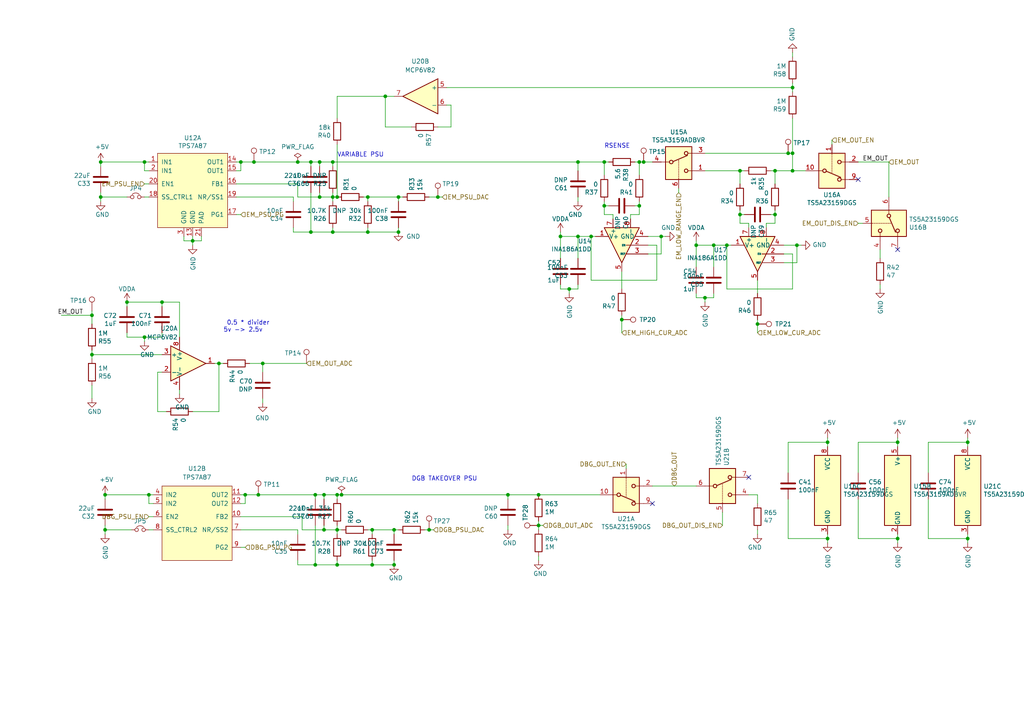
<source format=kicad_sch>
(kicad_sch (version 20230121) (generator eeschema)
  (paper "A4")
  (title_block (title "Emulator Supply") (date "2022-08-16") (rev "2.1"))
  (junction (at 97.79 153.67))
  (junction (at 92.71 57.15))
  (junction (at 63.5 105.41))
  (junction (at 201.93 71.12))
  (junction (at 127 57.15))
  (junction (at 73.66 46.99))
  (junction (at 74.93 143.51))
  (junction (at 175.26 46.99))
  (junction (at 55.88 69.85))
  (junction (at 224.79 49.53))
  (junction (at 26.67 91.44))
  (junction (at 156.21 152.4))
  (junction (at 191.77 68.58))
  (junction (at 96.52 46.99))
  (junction (at 91.44 143.51))
  (junction (at 93.98 143.51))
  (junction (at 41.91 97.79))
  (junction (at 36.83 87.63))
  (junction (at 93.98 153.67))
  (junction (at 43.18 143.51))
  (junction (at 228.6 44.45))
  (junction (at 167.64 68.58))
  (junction (at 185.42 59.69))
  (junction (at 229.87 25.4))
  (junction (at 90.17 67.31))
  (junction (at 90.17 46.99))
  (junction (at 114.3 163.83))
  (junction (at 180.34 92.71))
  (junction (at 114.3 153.67))
  (junction (at 99.06 143.51))
  (junction (at 97.79 163.83))
  (junction (at 96.52 67.31))
  (junction (at 210.82 71.12))
  (junction (at 229.87 49.53))
  (junction (at 167.64 46.99))
  (junction (at 30.48 143.51))
  (junction (at 71.12 143.51))
  (junction (at 224.79 62.23))
  (junction (at 107.95 153.67))
  (junction (at 240.03 128.27))
  (junction (at 147.32 143.51))
  (junction (at 124.46 153.67))
  (junction (at 97.79 57.15))
  (junction (at 115.57 67.31))
  (junction (at 97.79 143.51))
  (junction (at 107.95 163.83))
  (junction (at 214.63 62.23))
  (junction (at 175.26 59.69))
  (junction (at 240.03 156.21))
  (junction (at 219.71 93.98))
  (junction (at 96.52 57.15))
  (junction (at 92.71 46.99))
  (junction (at 86.36 46.99))
  (junction (at 165.1 83.82))
  (junction (at 204.47 86.36))
  (junction (at 156.21 143.51))
  (junction (at 280.67 128.27))
  (junction (at 30.48 153.67))
  (junction (at 162.56 68.58))
  (junction (at 186.69 46.99))
  (junction (at 260.35 128.27))
  (junction (at 29.21 46.99))
  (junction (at 91.44 163.83))
  (junction (at 76.2 105.41))
  (junction (at 214.63 49.53))
  (junction (at 69.85 46.99))
  (junction (at 111.76 27.94))
  (junction (at 171.45 68.58))
  (junction (at 106.68 67.31))
  (junction (at 26.67 102.87))
  (junction (at 29.21 57.15))
  (junction (at 260.35 156.21))
  (junction (at 207.01 71.12))
  (junction (at 46.99 87.63))
  (junction (at 115.57 57.15))
  (junction (at 229.87 44.45))
  (junction (at 280.67 156.21))
  (junction (at 185.42 46.99))
  (junction (at 231.14 71.12))
  (junction (at 106.68 57.15))
  (junction (at 41.91 46.99))
  (no_connect (at 189.23 146.05))
  (no_connect (at 260.35 72.39))
  (no_connect (at 217.17 138.43))
  (no_connect (at 248.92 52.07))
  (wire (pts (xy 41.91 46.99) (xy 41.91 49.53)))
  (wire (pts (xy 224.79 49.53) (xy 224.79 53.34)))
  (wire (pts (xy 29.21 57.15) (xy 29.21 58.42)))
  (wire (pts (xy 228.6 128.27) (xy 240.03 128.27)))
  (wire (pts (xy 30.48 152.4) (xy 30.48 153.67)))
  (wire (pts (xy 130.81 36.83) (xy 127 36.83)))
  (wire (pts (xy 26.67 102.87) (xy 26.67 101.6)))
  (wire (pts (xy 189.23 46.99) (xy 186.69 46.99)))
  (wire (pts (xy 280.67 128.27) (xy 280.67 129.54)))
  (wire (pts (xy 97.79 163.83) (xy 107.95 163.83)))
  (wire (pts (xy 45.72 107.95) (xy 45.72 119.38)))
  (wire (pts (xy 119.38 36.83) (xy 111.76 36.83)))
  (wire (pts (xy 46.99 96.52) (xy 46.99 97.79)))
  (wire (pts (xy 130.81 30.48) (xy 130.81 36.83)))
  (wire (pts (xy 185.42 50.8) (xy 185.42 46.99)))
  (wire (pts (xy 46.99 88.9) (xy 46.99 87.63)))
  (wire (pts (xy 68.58 57.15) (xy 85.09 57.15)))
  (wire (pts (xy 215.9 62.23) (xy 214.63 62.23)))
  (wire (pts (xy 36.83 57.15) (xy 29.21 57.15)))
  (wire (pts (xy 201.93 71.12) (xy 201.93 77.47)))
  (wire (pts (xy 185.42 59.69) (xy 185.42 58.42)))
  (wire (pts (xy 229.87 34.29) (xy 229.87 44.45)))
  (wire (pts (xy 88.9 105.41) (xy 76.2 105.41)))
  (wire (pts (xy 240.03 127) (xy 240.03 128.27)))
  (wire (pts (xy 43.18 146.05) (xy 43.18 143.51)))
  (wire (pts (xy 96.52 46.99) (xy 92.71 46.99)))
  (wire (pts (xy 92.71 48.26) (xy 92.71 46.99)))
  (wire (pts (xy 96.52 67.31) (xy 106.68 67.31)))
  (wire (pts (xy 219.71 143.51) (xy 219.71 146.05)))
  (wire (pts (xy 224.79 64.77) (xy 222.25 64.77)))
  (wire (pts (xy 207.01 77.47) (xy 207.01 71.12)))
  (wire (pts (xy 260.35 128.27) (xy 260.35 129.54)))
  (wire (pts (xy 269.24 137.16) (xy 269.24 128.27)))
  (wire (pts (xy 190.5 81.28) (xy 171.45 81.28)))
  (wire (pts (xy 167.64 49.53) (xy 167.64 46.99)))
  (wire (pts (xy 91.44 143.51) (xy 91.44 144.78)))
  (wire (pts (xy 171.45 68.58) (xy 167.64 68.58)))
  (wire (pts (xy 187.96 73.66) (xy 191.77 73.66)))
  (wire (pts (xy 63.5 105.41) (xy 62.23 105.41)))
  (wire (pts (xy 215.9 49.53) (xy 214.63 49.53)))
  (wire (pts (xy 30.48 153.67) (xy 30.48 154.94)))
  (wire (pts (xy 231.14 76.2) (xy 231.14 71.12)))
  (wire (pts (xy 260.35 127) (xy 260.35 128.27)))
  (wire (pts (xy 69.85 149.86) (xy 87.63 149.86)))
  (wire (pts (xy 189.23 140.97) (xy 201.93 140.97)))
  (wire (pts (xy 58.42 68.58) (xy 58.42 69.85)))
  (wire (pts (xy 224.79 62.23) (xy 224.79 60.96)))
  (wire (pts (xy 210.82 83.82) (xy 210.82 71.12)))
  (wire (pts (xy 106.68 153.67) (xy 107.95 153.67)))
  (wire (pts (xy 187.96 71.12) (xy 190.5 71.12)))
  (wire (pts (xy 171.45 68.58) (xy 172.72 68.58)))
  (wire (pts (xy 214.63 64.77) (xy 214.63 62.23)))
  (wire (pts (xy 175.26 59.69) (xy 175.26 62.23)))
  (wire (pts (xy 176.53 59.69) (xy 175.26 59.69)))
  (wire (pts (xy 248.92 137.16) (xy 248.92 128.27)))
  (wire (pts (xy 186.69 46.99) (xy 185.42 46.99)))
  (wire (pts (xy 69.85 49.53) (xy 69.85 46.99)))
  (wire (pts (xy 97.79 152.4) (xy 97.79 153.67)))
  (wire (pts (xy 196.85 54.61) (xy 196.85 55.88)))
  (wire (pts (xy 228.6 137.16) (xy 228.6 128.27)))
  (wire (pts (xy 248.92 144.78) (xy 248.92 156.21)))
  (wire (pts (xy 165.1 83.82) (xy 165.1 85.09)))
  (wire (pts (xy 52.07 113.03) (xy 52.07 114.3)))
  (wire (pts (xy 43.18 143.51) (xy 30.48 143.51)))
  (wire (pts (xy 96.52 57.15) (xy 97.79 57.15)))
  (wire (pts (xy 71.12 143.51) (xy 74.93 143.51)))
  (wire (pts (xy 93.98 143.51) (xy 97.79 143.51)))
  (wire (pts (xy 107.95 163.83) (xy 114.3 163.83)))
  (wire (pts (xy 52.07 87.63) (xy 52.07 97.79)))
  (wire (pts (xy 260.35 156.21) (xy 260.35 154.94)))
  (wire (pts (xy 107.95 153.67) (xy 107.95 154.94)))
  (wire (pts (xy 177.8 62.23) (xy 177.8 63.5)))
  (wire (pts (xy 184.15 59.69) (xy 185.42 59.69)))
  (wire (pts (xy 229.87 73.66) (xy 229.87 83.82)))
  (wire (pts (xy 93.98 152.4) (xy 93.98 153.67)))
  (wire (pts (xy 41.91 49.53) (xy 43.18 49.53)))
  (wire (pts (xy 96.52 66.04) (xy 96.52 67.31)))
  (wire (pts (xy 223.52 62.23) (xy 224.79 62.23)))
  (wire (pts (xy 129.54 25.4) (xy 229.87 25.4)))
  (wire (pts (xy 219.71 81.28) (xy 219.71 85.09)))
  (wire (pts (xy 114.3 162.56) (xy 114.3 163.83)))
  (wire (pts (xy 180.34 78.74) (xy 180.34 83.82)))
  (wire (pts (xy 86.36 46.99) (xy 90.17 46.99)))
  (wire (pts (xy 207.01 71.12) (xy 201.93 71.12)))
  (wire (pts (xy 156.21 152.4) (xy 157.48 152.4)))
  (wire (pts (xy 227.33 76.2) (xy 231.14 76.2)))
  (wire (pts (xy 46.99 97.79) (xy 41.91 97.79)))
  (wire (pts (xy 115.57 58.42) (xy 115.57 57.15)))
  (wire (pts (xy 74.93 143.51) (xy 91.44 143.51)))
  (wire (pts (xy 167.64 68.58) (xy 162.56 68.58)))
  (wire (pts (xy 280.67 156.21) (xy 280.67 154.94)))
  (wire (pts (xy 219.71 92.71) (xy 219.71 93.98)))
  (wire (pts (xy 162.56 82.55) (xy 162.56 83.82)))
  (wire (pts (xy 36.83 87.63) (xy 36.83 88.9)))
  (wire (pts (xy 105.41 57.15) (xy 106.68 57.15)))
  (wire (pts (xy 29.21 46.99) (xy 41.91 46.99)))
  (wire (pts (xy 255.27 82.55) (xy 255.27 83.82)))
  (wire (pts (xy 231.14 71.12) (xy 227.33 71.12)))
  (wire (pts (xy 241.3 41.91) (xy 241.3 40.64)))
  (wire (pts (xy 204.47 49.53) (xy 214.63 49.53)))
  (wire (pts (xy 69.85 46.99) (xy 73.66 46.99)))
  (wire (pts (xy 191.77 68.58) (xy 187.96 68.58)))
  (wire (pts (xy 97.79 162.56) (xy 97.79 163.83)))
  (wire (pts (xy 111.76 27.94) (xy 114.3 27.94)))
  (wire (pts (xy 228.6 144.78) (xy 228.6 156.21)))
  (wire (pts (xy 46.99 87.63) (xy 52.07 87.63)))
  (wire (pts (xy 96.52 57.15) (xy 96.52 58.42)))
  (wire (pts (xy 86.36 57.15) (xy 92.71 57.15)))
  (wire (pts (xy 68.58 46.99) (xy 69.85 46.99)))
  (wire (pts (xy 214.63 62.23) (xy 214.63 60.96)))
  (wire (pts (xy 29.21 55.88) (xy 29.21 57.15)))
  (wire (pts (xy 165.1 83.82) (xy 167.64 83.82)))
  (wire (pts (xy 228.6 44.45) (xy 229.87 44.45)))
  (wire (pts (xy 204.47 86.36) (xy 204.47 87.63)))
  (wire (pts (xy 97.79 27.94) (xy 97.79 34.29)))
  (wire (pts (xy 93.98 153.67) (xy 97.79 153.67)))
  (wire (pts (xy 240.03 157.48) (xy 240.03 156.21)))
  (wire (pts (xy 114.3 153.67) (xy 115.57 153.67)))
  (wire (pts (xy 147.32 143.51) (xy 156.21 143.51)))
  (wire (pts (xy 201.93 85.09) (xy 201.93 86.36)))
  (wire (pts (xy 209.55 148.59) (xy 209.55 152.4)))
  (wire (pts (xy 58.42 69.85) (xy 55.88 69.85)))
  (wire (pts (xy 69.85 143.51) (xy 71.12 143.51)))
  (wire (pts (xy 46.99 87.63) (xy 36.83 87.63)))
  (wire (pts (xy 127 57.15) (xy 128.27 57.15)))
  (wire (pts (xy 175.26 59.69) (xy 175.26 58.42)))
  (wire (pts (xy 38.1 153.67) (xy 30.48 153.67)))
  (wire (pts (xy 106.68 57.15) (xy 115.57 57.15)))
  (wire (pts (xy 99.06 143.51) (xy 97.79 143.51)))
  (wire (pts (xy 44.45 146.05) (xy 43.18 146.05)))
  (wire (pts (xy 111.76 36.83) (xy 111.76 27.94)))
  (wire (pts (xy 97.79 153.67) (xy 97.79 154.94)))
  (wire (pts (xy 201.93 69.85) (xy 201.93 71.12)))
  (wire (pts (xy 68.58 53.34) (xy 86.36 53.34)))
  (wire (pts (xy 41.91 97.79) (xy 36.83 97.79)))
  (wire (pts (xy 85.09 57.15) (xy 85.09 58.42)))
  (wire (pts (xy 257.81 46.99) (xy 257.81 57.15)))
  (wire (pts (xy 96.52 55.88) (xy 96.52 57.15)))
  (wire (pts (xy 106.68 66.04) (xy 106.68 67.31)))
  (wire (pts (xy 167.64 83.82) (xy 167.64 82.55)))
  (wire (pts (xy 107.95 153.67) (xy 114.3 153.67)))
  (wire (pts (xy 26.67 111.76) (xy 26.67 115.57)))
  (wire (pts (xy 171.45 81.28) (xy 171.45 68.58)))
  (wire (pts (xy 181.61 135.89) (xy 181.61 134.62)))
  (wire (pts (xy 175.26 50.8) (xy 175.26 46.99)))
  (wire (pts (xy 46.99 107.95) (xy 45.72 107.95)))
  (wire (pts (xy 96.52 46.99) (xy 167.64 46.99)))
  (wire (pts (xy 191.77 73.66) (xy 191.77 68.58)))
  (wire (pts (xy 99.06 143.51) (xy 147.32 143.51)))
  (wire (pts (xy 96.52 67.31) (xy 90.17 67.31)))
  (wire (pts (xy 43.18 149.86) (xy 44.45 149.86)))
  (wire (pts (xy 147.32 152.4) (xy 147.32 153.67)))
  (wire (pts (xy 41.91 57.15) (xy 43.18 57.15)))
  (wire (pts (xy 55.88 69.85) (xy 55.88 68.58)))
  (wire (pts (xy 248.92 128.27) (xy 260.35 128.27)))
  (wire (pts (xy 129.54 30.48) (xy 130.81 30.48)))
  (wire (pts (xy 210.82 71.12) (xy 212.09 71.12)))
  (wire (pts (xy 86.36 163.83) (xy 91.44 163.83)))
  (wire (pts (xy 91.44 152.4) (xy 91.44 163.83)))
  (wire (pts (xy 85.09 67.31) (xy 90.17 67.31)))
  (wire (pts (xy 92.71 55.88) (xy 92.71 57.15)))
  (wire (pts (xy 63.5 119.38) (xy 63.5 105.41)))
  (wire (pts (xy 231.14 71.12) (xy 232.41 71.12)))
  (wire (pts (xy 229.87 49.53) (xy 233.68 49.53)))
  (wire (pts (xy 43.18 53.34) (xy 41.91 53.34)))
  (wire (pts (xy 182.88 63.5) (xy 182.88 62.23)))
  (wire (pts (xy 201.93 86.36) (xy 204.47 86.36)))
  (wire (pts (xy 167.64 74.93) (xy 167.64 68.58)))
  (wire (pts (xy 91.44 163.83) (xy 97.79 163.83)))
  (wire (pts (xy 93.98 143.51) (xy 93.98 144.78)))
  (wire (pts (xy 180.34 91.44) (xy 180.34 92.71)))
  (wire (pts (xy 26.67 91.44) (xy 17.78 91.44)))
  (wire (pts (xy 229.87 15.24) (xy 229.87 16.51)))
  (wire (pts (xy 97.79 153.67) (xy 99.06 153.67)))
  (wire (pts (xy 92.71 57.15) (xy 96.52 57.15)))
  (wire (pts (xy 240.03 128.27) (xy 240.03 129.54)))
  (wire (pts (xy 76.2 105.41) (xy 72.39 105.41)))
  (wire (pts (xy 55.88 119.38) (xy 63.5 119.38)))
  (wire (pts (xy 106.68 57.15) (xy 106.68 58.42)))
  (wire (pts (xy 240.03 156.21) (xy 240.03 154.94)))
  (wire (pts (xy 92.71 46.99) (xy 90.17 46.99)))
  (wire (pts (xy 229.87 25.4) (xy 229.87 26.67)))
  (wire (pts (xy 73.66 46.99) (xy 86.36 46.99)))
  (wire (pts (xy 124.46 153.67) (xy 125.73 153.67)))
  (wire (pts (xy 248.92 156.21) (xy 260.35 156.21)))
  (wire (pts (xy 162.56 67.31) (xy 162.56 68.58)))
  (wire (pts (xy 69.85 146.05) (xy 71.12 146.05)))
  (wire (pts (xy 64.77 105.41) (xy 63.5 105.41)))
  (wire (pts (xy 228.6 156.21) (xy 240.03 156.21)))
  (wire (pts (xy 182.88 62.23) (xy 185.42 62.23)))
  (wire (pts (xy 227.33 73.66) (xy 229.87 73.66)))
  (wire (pts (xy 43.18 46.99) (xy 41.91 46.99)))
  (wire (pts (xy 248.92 46.99) (xy 257.81 46.99)))
  (wire (pts (xy 115.57 67.31) (xy 115.57 66.04)))
  (wire (pts (xy 41.91 97.79) (xy 41.91 99.06)))
  (wire (pts (xy 217.17 64.77) (xy 214.63 64.77)))
  (wire (pts (xy 280.67 157.48) (xy 280.67 156.21)))
  (wire (pts (xy 156.21 151.13) (xy 156.21 152.4)))
  (wire (pts (xy 53.34 69.85) (xy 55.88 69.85)))
  (wire (pts (xy 204.47 86.36) (xy 207.01 86.36)))
  (wire (pts (xy 185.42 46.99) (xy 184.15 46.99)))
  (wire (pts (xy 68.58 62.23) (xy 69.85 62.23)))
  (wire (pts (xy 87.63 149.86) (xy 87.63 153.67)))
  (wire (pts (xy 86.36 153.67) (xy 69.85 153.67)))
  (wire (pts (xy 115.57 57.15) (xy 116.84 57.15)))
  (wire (pts (xy 44.45 153.67) (xy 43.18 153.67)))
  (wire (pts (xy 55.88 69.85) (xy 55.88 71.12)))
  (wire (pts (xy 147.32 144.78) (xy 147.32 143.51)))
  (wire (pts (xy 175.26 62.23) (xy 177.8 62.23)))
  (wire (pts (xy 269.24 156.21) (xy 280.67 156.21)))
  (wire (pts (xy 46.99 102.87) (xy 26.67 102.87)))
  (wire (pts (xy 71.12 146.05) (xy 71.12 143.51)))
  (wire (pts (xy 176.53 46.99) (xy 175.26 46.99)))
  (wire (pts (xy 222.25 64.77) (xy 222.25 66.04)))
  (wire (pts (xy 26.67 102.87) (xy 26.67 104.14)))
  (wire (pts (xy 219.71 143.51) (xy 217.17 143.51)))
  (wire (pts (xy 162.56 83.82) (xy 165.1 83.82)))
  (wire (pts (xy 87.63 153.67) (xy 93.98 153.67)))
  (wire (pts (xy 185.42 62.23) (xy 185.42 59.69)))
  (wire (pts (xy 86.36 154.94) (xy 86.36 153.67)))
  (wire (pts (xy 217.17 66.04) (xy 217.17 64.77)))
  (wire (pts (xy 86.36 162.56) (xy 86.36 163.83)))
  (wire (pts (xy 229.87 44.45) (xy 229.87 49.53)))
  (wire (pts (xy 43.18 143.51) (xy 44.45 143.51)))
  (wire (pts (xy 76.2 105.41) (xy 76.2 107.95)))
  (wire (pts (xy 269.24 128.27) (xy 280.67 128.27)))
  (wire (pts (xy 86.36 53.34) (xy 86.36 57.15)))
  (wire (pts (xy 90.17 67.31) (xy 90.17 55.88)))
  (wire (pts (xy 26.67 91.44) (xy 26.67 93.98)))
  (wire (pts (xy 96.52 46.99) (xy 96.52 48.26)))
  (wire (pts (xy 97.79 143.51) (xy 97.79 144.78)))
  (wire (pts (xy 190.5 71.12) (xy 190.5 81.28)))
  (wire (pts (xy 207.01 86.36) (xy 207.01 85.09)))
  (wire (pts (xy 124.46 57.15) (xy 127 57.15)))
  (wire (pts (xy 29.21 48.26) (xy 29.21 46.99)))
  (wire (pts (xy 191.77 68.58) (xy 193.04 68.58)))
  (wire (pts (xy 36.83 97.79) (xy 36.83 96.52)))
  (wire (pts (xy 156.21 152.4) (xy 156.21 153.67)))
  (wire (pts (xy 53.34 68.58) (xy 53.34 69.85)))
  (wire (pts (xy 90.17 46.99) (xy 90.17 48.26)))
  (wire (pts (xy 224.79 49.53) (xy 229.87 49.53)))
  (wire (pts (xy 114.3 154.94) (xy 114.3 153.67)))
  (wire (pts (xy 224.79 49.53) (xy 223.52 49.53)))
  (wire (pts (xy 248.92 64.77) (xy 250.19 64.77)))
  (wire (pts (xy 26.67 90.17) (xy 26.67 91.44)))
  (wire (pts (xy 255.27 72.39) (xy 255.27 74.93)))
  (wire (pts (xy 156.21 143.51) (xy 173.99 143.51)))
  (wire (pts (xy 106.68 67.31) (xy 115.57 67.31)))
  (wire (pts (xy 210.82 71.12) (xy 207.01 71.12)))
  (wire (pts (xy 280.67 127) (xy 280.67 128.27)))
  (wire (pts (xy 260.35 157.48) (xy 260.35 156.21)))
  (wire (pts (xy 91.44 143.51) (xy 93.98 143.51)))
  (wire (pts (xy 85.09 66.04) (xy 85.09 67.31)))
  (wire (pts (xy 224.79 62.23) (xy 224.79 64.77)))
  (wire (pts (xy 229.87 83.82) (xy 210.82 83.82)))
  (wire (pts (xy 162.56 68.58) (xy 162.56 74.93)))
  (wire (pts (xy 107.95 162.56) (xy 107.95 163.83)))
  (wire (pts (xy 97.79 41.91) (xy 97.79 57.15)))
  (wire (pts (xy 30.48 143.51) (xy 30.48 144.78)))
  (wire (pts (xy 180.34 92.71) (xy 180.34 96.52)))
  (wire (pts (xy 69.85 158.75) (xy 71.12 158.75)))
  (wire (pts (xy 156.21 162.56) (xy 156.21 161.29)))
  (wire (pts (xy 219.71 93.98) (xy 219.71 96.52)))
  (wire (pts (xy 48.26 119.38) (xy 45.72 119.38)))
  (wire (pts (xy 214.63 53.34) (xy 214.63 49.53)))
  (wire (pts (xy 269.24 144.78) (xy 269.24 156.21)))
  (wire (pts (xy 204.47 44.45) (xy 228.6 44.45)))
  (wire (pts (xy 167.64 58.42) (xy 167.64 57.15)))
  (wire (pts (xy 123.19 153.67) (xy 124.46 153.67)))
  (wire (pts (xy 219.71 153.67) (xy 219.71 154.94)))
  (wire (pts (xy 68.58 49.53) (xy 69.85 49.53)))
  (wire (pts (xy 76.2 115.57) (xy 76.2 116.84)))
  (wire (pts (xy 167.64 46.99) (xy 175.26 46.99)))
  (wire (pts (xy 97.79 27.94) (xy 111.76 27.94)))
  (wire (pts (xy 229.87 24.13) (xy 229.87 25.4)))
  (text " 0.5 * divider\n5v -> 2.5v" (at 64.77 96.52 0) (effects (font (size 1.27 1.27)) (justify left bottom)))
  (text "DGB TAKEOVER PSU" (at 119.38 139.7 0) (effects (font (size 1.27 1.27)) (justify left bottom)))
  (text "VARIABLE PSU" (at 97.79 45.72 0) (effects (font (size 1.27 1.27)) (justify left bottom)))
  (text "RSENSE" (at 175.26 43.18 0) (effects (font (size 1.27 1.27)) (justify left bottom)))
  (label "EM_OUT" (at 250.19 46.99 0))
  (label "EM_OUT" (at 24.13 91.44 180))
  (hierarchical_label "EM_OUT" (shape input) (at 257.81 46.99 0))
  (hierarchical_label "DBG_OUT_EN" (shape input) (at 181.61 134.62 180))
  (hierarchical_label "DBG_OUT_DIS_EN" (shape input) (at 209.55 152.4 180))
  (hierarchical_label "EM_HIGH_CUR_ADC" (shape input) (at 180.34 96.52 0))
  (hierarchical_label "EM_OUT_EN" (shape input) (at 241.3 40.64 0))
  (hierarchical_label "DBG_PSU_PG" (shape input) (at 71.12 158.75 0))
  (hierarchical_label "EM_LOW_RANGE_EN" (shape input) (at 196.85 55.88 270))
  (hierarchical_label "EM_PSU_DAC" (shape input) (at 128.27 57.15 0))
  (hierarchical_label "DGB_PSU_DAC" (shape input) (at 125.73 153.67 0))
  (hierarchical_label "EM_LOW_CUR_ADC" (shape input) (at 219.71 96.52 0))
  (hierarchical_label "DBG_PSU_EN" (shape input) (at 43.18 149.86 180))
  (hierarchical_label "EM_OUT_DIS_EN" (shape input) (at 248.92 64.77 180))
  (hierarchical_label "DGB_OUT_ADC" (shape input) (at 157.48 152.4 0))
  (hierarchical_label "DBG_OUT" (shape input) (at 195.58 140.97 90))
  (hierarchical_label "EM_OUT_ADC" (shape input) (at 88.9 105.41 0))
  (hierarchical_label "EM_PSU_PG" (shape input) (at 69.85 62.23 0))
  (hierarchical_label "EM_PSU_EN" (shape input) (at 41.91 53.34 180))
  (symbol (lib_id "Connector:TestPoint") (at 74.93 143.51 0) (unit 1)
    (property "Reference" "TP11" (at 76.4032 140.5128 0) (effects (justify left)))
    (property "Value" "TestPoint" (effects hide))
    (property "Footprint" "TestPoint:TestPoint_Keystone_5000-5004_Miniature" (effects hide))
    (property "MPN" "-" (effects hide))
  )
  (symbol (lib_id "power:+5V") (at 280.67 127 0) (unit 1)
    (property "Reference" "#PWR0115" (effects hide))
    (property "Value" "+5V" (at 281.051 122.6058 0))
  )
  (symbol (lib_id "Device:C") (at 91.44 148.59 180) (unit 1)
    (property "Reference" "C37" (at 88.519 149.7584 0) (effects (justify left)))
    (property "Value" "22uF" (at 88.519 147.447 0) (effects (justify left)))
    (property "Footprint" "Capacitor_SMD:C_0603_1608Metric" (effects hide))
    (property "MPN" "GRM188R61A226ME15D" (effects hide))
  )
  (symbol (lib_id "Device:R") (at 97.79 38.1 180) (unit 1)
    (property "Reference" "R40" (at 96.012 39.2684 0) (effects (justify left)))
    (property "Value" "18k" (at 96.012 36.957 0) (effects (justify left)))
    (property "Footprint" "Resistor_SMD:R_0603_1608Metric" (effects hide))
    (property "MPN" "RC0603FR-0718KL" (effects hide))
  )
  (symbol (lib_id "jaspers_lib:MCP6V82") (at 121.92 27.94 0) (mirror y) (unit 2)
    (property "Reference" "U20" (at 121.92 17.78 0))
    (property "Value" "MCP6V82" (at 121.92 20.32 0))
    (property "Footprint" "Package_SO:MSOP-8_3x3mm_P0.65mm" (effects hide))
    (property "Datasheet" "https://nl.mouser.com/datasheet/2/268/20005419B-1102231.pdf" (effects hide))
    (property "MPN" "MCP6V82-E/MS" (effects hide))
  )
  (symbol (lib_id "Analog_Switch:TS5A23159DGS") (at 240.03 142.24 0) (unit 3)
    (property "Reference" "U16" (at 244.602 141.0716 0) (effects (justify left)))
    (property "Value" "TS5A23159DGS" (at 244.602 143.383 0) (effects (justify left)))
    (property "Footprint" "Package_SO:VSSOP-10_3x3mm_P0.5mm" (effects hide))
    (property "Datasheet" "http://www.ti.com/lit/ds/symlink/ts5a23159.pdf" (effects hide))
    (property "MPN" "TS5A23159DGS" (effects hide))
  )
  (symbol (lib_id "Device:C") (at 46.99 92.71 0) (mirror y) (unit 1)
    (property "Reference" "C71" (at 44.069 91.5416 0) (effects (justify left)))
    (property "Value" "100nF" (at 44.069 93.853 0) (effects (justify left)))
    (property "Footprint" "Capacitor_SMD:C_0603_1608Metric" (effects hide))
    (property "MPN" "CL10B104KB8NNNC" (effects hide))
  )
  (symbol (lib_id "Device:R") (at 101.6 57.15 90) (unit 1)
    (property "Reference" "R31" (at 100.4316 55.372 0) (effects (justify left)))
    (property "Value" "0" (at 102.743 55.372 0) (effects (justify left)))
    (property "Footprint" "Resistor_SMD:R_0603_1608Metric" (effects hide))
    (property "MPN" "RC0603FR-070RL" (effects hide))
  )
  (symbol (lib_id "power:GND") (at 30.48 154.94 0) (unit 1)
    (property "Reference" "#PWR012" (effects hide))
    (property "Value" "GND" (at 30.607 158.1912 90) (effects (justify right)))
  )
  (symbol (lib_id "power:GND") (at 147.32 153.67 0) (unit 1)
    (property "Reference" "#PWR051" (effects hide))
    (property "Value" "GND" (at 149.86 157.48 0) (effects (justify right)))
  )
  (symbol (lib_id "int-debugger-rescue:Jumper_NC_Small-Device") (at 39.37 57.15 0) (unit 1) (in_bom no)
    (property "Reference" "JP4" (at 39.37 54.61 0))
    (property "Value" "Jumper_NC_Small" (effects hide))
    (property "Footprint" "jaspers_footprints:SolderJumper-small-nc" (effects hide))
    (property "MPN" "-" (effects hide))
  )
  (symbol (lib_id "Connector:TestPoint") (at 228.6 44.45 0) (unit 1)
    (property "Reference" "TP17" (at 230.0732 41.4528 0) (effects (justify left)))
    (property "Value" "TestPoint" (effects hide))
    (property "Footprint" "TestPoint:TestPoint_Keystone_5000-5004_Miniature" (effects hide))
    (property "MPN" "-" (effects hide))
  )
  (symbol (lib_id "power:GND") (at 165.1 85.09 0) (unit 1)
    (property "Reference" "#PWR055" (effects hide))
    (property "Value" "GND" (at 165.227 88.3412 90) (effects (justify right)))
  )
  (symbol (lib_id "power:+5V") (at 30.48 143.51 0) (unit 1)
    (property "Reference" "#PWR011" (effects hide))
    (property "Value" "+5V" (at 30.861 139.1158 0))
  )
  (symbol (lib_id "Device:R") (at 26.67 107.95 0) (mirror x) (unit 1)
    (property "Reference" "R56" (at 28.448 109.1184 0) (effects (justify left)))
    (property "Value" "1M" (at 28.448 106.807 0) (effects (justify left)))
    (property "Footprint" "Resistor_SMD:R_0603_1608Metric" (effects hide))
    (property "MPN" "MC008457" (effects hide))
  )
  (symbol (lib_id "Device:C") (at 248.92 140.97 0) (unit 1)
    (property "Reference" "C56" (at 251.841 139.8016 0) (effects (justify left)))
    (property "Value" "100nF" (at 251.841 142.113 0) (effects (justify left)))
    (property "Footprint" "Capacitor_SMD:C_0603_1608Metric" (effects hide))
    (property "MPN" "CL10B104KB8NNNC" (effects hide))
  )
  (symbol (lib_id "power:VDDA") (at 162.56 67.31 0) (unit 1)
    (property "Reference" "#PWR053" (effects hide))
    (property "Value" "VDDA" (at 162.56 63.5 0))
  )
  (symbol (lib_id "power:GND") (at 115.57 67.31 0) (unit 1)
    (property "Reference" "#PWR049" (effects hide))
    (property "Value" "GND" (at 121.92 68.58 0) (effects (justify right)))
  )
  (symbol (lib_id "Device:R") (at 229.87 30.48 180) (unit 1)
    (property "Reference" "R59" (at 228.092 31.6484 0) (effects (justify left)))
    (property "Value" "1M" (at 228.092 29.337 0) (effects (justify left)))
    (property "Footprint" "Resistor_SMD:R_0603_1608Metric" (effects hide))
    (property "MPN" "MC008457" (effects hide))
  )
  (symbol (lib_id "power:GND") (at 260.35 157.48 0) (unit 1)
    (property "Reference" "#PWR083" (effects hide))
    (property "Value" "GND" (at 260.477 160.7312 90) (effects (justify right)))
  )
  (symbol (lib_id "power:+5V") (at 260.35 127 0) (unit 1)
    (property "Reference" "#PWR0114" (effects hide))
    (property "Value" "+5V" (at 260.731 122.6058 0))
  )
  (symbol (lib_id "power:GND") (at 76.2 116.84 0) (mirror y) (unit 1)
    (property "Reference" "#PWR044" (effects hide))
    (property "Value" "GND" (at 76.073 121.2342 0))
  )
  (symbol (lib_id "power:GND") (at 229.87 15.24 180) (unit 1)
    (property "Reference" "#PWR073" (effects hide))
    (property "Value" "GND" (at 229.743 11.9888 90) (effects (justify right)))
  )
  (symbol (lib_id "power:GND") (at 255.27 83.82 0) (unit 1)
    (property "Reference" "#PWR081" (effects hide))
    (property "Value" "GND" (at 255.397 87.0712 90) (effects (justify right)))
  )
  (symbol (lib_id "jaspers_lib:INA186A1DD") (at 219.71 73.66 90) (mirror x) (unit 1)
    (property "Reference" "U17" (at 210.9724 72.4916 90) (effects (justify left)))
    (property "Value" "INA186A1DD" (at 210.9724 74.803 90) (effects (justify left)))
    (property "Footprint" "Package_TO_SOT_SMD:SOT-23-8" (effects hide))
    (property "Datasheet" "https://www.ti.com/lit/ds/symlink/ina186.pdf" (effects hide))
    (property "MPN" "INA186A1IDDF" (effects hide))
  )
  (symbol (lib_id "Device:R") (at 175.26 54.61 180) (unit 1)
    (property "Reference" "R37" (at 173.482 55.7784 0) (effects (justify left)))
    (property "Value" "0" (at 173.482 53.467 0) (effects (justify left)))
    (property "Footprint" "Resistor_SMD:R_0603_1608Metric" (effects hide))
    (property "MPN" "RC0603FR-070RL" (effects hide))
  )
  (symbol (lib_id "Device:R") (at 219.71 49.53 270) (unit 1)
    (property "Reference" "R35" (at 220.8784 51.308 0) (effects (justify left)))
    (property "Value" "1k" (at 218.567 51.308 0) (effects (justify left)))
    (property "Footprint" "Resistor_SMD:R_0603_1608Metric" (effects hide))
    (property "MPN" "MCWF06R1001BTL " (effects hide))
  )
  (symbol (lib_id "Device:R") (at 180.34 46.99 270) (unit 1)
    (property "Reference" "R38" (at 181.5084 48.768 0) (effects (justify left)))
    (property "Value" "5.6" (at 179.197 48.768 0) (effects (justify left)))
    (property "Footprint" "Resistor_SMD:R_0603_1608Metric" (effects hide))
    (property "MPN" "ERJ3BQF5R6V" (effects hide))
  )
  (symbol (lib_id "power:GND") (at 55.88 71.12 0) (unit 1)
    (property "Reference" "#PWR042" (effects hide))
    (property "Value" "GND" (at 56.007 74.3712 90) (effects (justify right)))
  )
  (symbol (lib_id "Device:C") (at 219.71 62.23 270) (unit 1)
    (property "Reference" "C39" (at 220.8784 65.151 0) (effects (justify left)))
    (property "Value" "DNP" (at 218.567 65.151 0) (effects (justify left)))
    (property "Footprint" "Capacitor_SMD:C_0603_1608Metric" (effects hide))
    (property "MPN" "-" (effects hide))
  )
  (symbol (lib_id "power:PWR_FLAG") (at 86.36 46.99 0) (unit 1)
    (property "Reference" "#FLG01" (effects hide))
    (property "Value" "PWR_FLAG" (at 86.36 42.5958 0))
  )
  (symbol (lib_id "Analog_Switch:TS5A3159ADBVR") (at 196.85 44.45 0) (unit 1)
    (property "Reference" "U15" (at 196.85 38.3032 0))
    (property "Value" "TS5A3159ADBVR" (at 196.85 40.6146 0))
    (property "Footprint" "Package_TO_SOT_SMD:SOT-23-6" (effects hide))
    (property "Datasheet" "http://www.ti.com/lit/ds/symlink/ts5a3159a.pdf" (effects hide))
    (property "MPN" "TS5A3159ADBVR" (effects hide))
  )
  (symbol (lib_id "Device:R") (at 68.58 105.41 90) (mirror x) (unit 1)
    (property "Reference" "R44" (at 67.4116 107.188 0) (effects (justify left)))
    (property "Value" "0" (at 69.723 107.188 0) (effects (justify left)))
    (property "Footprint" "Resistor_SMD:R_0603_1608Metric" (effects hide))
    (property "MPN" "RC0603FR-070RL" (effects hide))
  )
  (symbol (lib_id "Device:C") (at 147.32 148.59 180) (unit 1)
    (property "Reference" "C60" (at 144.399 149.7584 0) (effects (justify left)))
    (property "Value" "DNP" (at 144.399 147.447 0) (effects (justify left)))
    (property "Footprint" "Capacitor_SMD:C_0603_1608Metric" (effects hide))
    (property "MPN" "-" (effects hide))
  )
  (symbol (lib_id "power:GND") (at 204.47 87.63 0) (unit 1)
    (property "Reference" "#PWR070" (effects hide))
    (property "Value" "GND" (at 204.597 90.8812 90) (effects (justify right)))
  )
  (symbol (lib_id "jaspers_lib:TPS7A87") (at 57.15 161.29 0) (unit 2)
    (property "Reference" "U12" (at 57.15 135.89 0))
    (property "Value" "TPS7A87" (at 57.15 138.43 0))
    (property "Footprint" "jaspers_footprints:Texas-WQFN-20" (effects hide))
    (property "Datasheet" "https://www.ti.com/lit/ds/symlink/tps7a87.pdf" (effects hide))
  )
  (symbol (lib_id "Device:C") (at 93.98 148.59 180) (unit 1)
    (property "Reference" "C65" (at 91.059 149.7584 0) (effects (justify left)))
    (property "Value" "10nF" (at 91.059 147.447 0) (effects (justify left)))
    (property "Footprint" "Capacitor_SMD:C_0603_1608Metric" (effects hide))
    (property "MPN" "06035C103KAT2A" (effects hide))
  )
  (symbol (lib_id "power:GND") (at 156.21 162.56 0) (unit 1)
    (property "Reference" "#PWR052" (effects hide))
    (property "Value" "GND" (at 158.75 166.37 0) (effects (justify right)))
  )
  (symbol (lib_id "int-debugger-rescue:Jumper_NC_Small-Device") (at 40.64 153.67 0) (unit 1) (in_bom no)
    (property "Reference" "JP5" (at 40.64 151.13 0))
    (property "Value" "Jumper_NC_Small" (effects hide))
    (property "Footprint" "jaspers_footprints:SolderJumper-small-nc" (effects hide))
    (property "MPN" "-" (effects hide))
  )
  (symbol (lib_id "Device:R") (at 224.79 57.15 180) (unit 1)
    (property "Reference" "R36" (at 223.012 58.3184 0) (effects (justify left)))
    (property "Value" "0" (at 223.012 56.007 0) (effects (justify left)))
    (property "Footprint" "Resistor_SMD:R_0603_1608Metric" (effects hide))
    (property "MPN" "RC0603FR-070RL" (effects hide))
  )
  (symbol (lib_id "Device:C") (at 228.6 140.97 0) (unit 1)
    (property "Reference" "C41" (at 231.521 139.8016 0) (effects (justify left)))
    (property "Value" "100nF" (at 231.521 142.113 0) (effects (justify left)))
    (property "Footprint" "Capacitor_SMD:C_0603_1608Metric" (effects hide))
    (property "MPN" "CL10B104KB8NNNC" (effects hide))
  )
  (symbol (lib_id "power:VDDA") (at 36.83 87.63 0) (mirror y) (unit 1)
    (property "Reference" "#PWR027" (effects hide))
    (property "Value" "VDDA" (at 36.83 83.82 0))
  )
  (symbol (lib_id "Connector:TestPoint") (at 73.66 46.99 0) (unit 1)
    (property "Reference" "TP12" (at 75.1332 43.9928 0) (effects (justify left)))
    (property "Value" "TestPoint" (effects hide))
    (property "Footprint" "TestPoint:TestPoint_Keystone_5000-5004_Miniature" (effects hide))
    (property "MPN" "-" (effects hide))
  )
  (symbol (lib_id "Device:R") (at 156.21 157.48 0) (unit 1)
    (property "Reference" "R64" (at 157.988 156.3116 0) (effects (justify left)))
    (property "Value" "1M" (at 157.988 158.623 0) (effects (justify left)))
    (property "Footprint" "Resistor_SMD:R_0603_1608Metric" (effects hide))
    (property "MPN" "MC008457" (effects hide))
  )
  (symbol (lib_id "Device:C") (at 162.56 78.74 0) (unit 1)
    (property "Reference" "C52" (at 158.75 76.2 0) (effects (justify left)))
    (property "Value" "1uF" (at 158.75 81.28 0) (effects (justify left)))
    (property "Footprint" "Capacitor_SMD:C_0603_1608Metric" (effects hide))
    (property "MPN" "TMK107B7105KA-T" (effects hide))
  )
  (symbol (lib_id "Device:R") (at 219.71 149.86 0) (unit 1)
    (property "Reference" "R65" (at 221.488 148.6916 0) (effects (justify left)))
    (property "Value" "47" (at 221.488 151.003 0) (effects (justify left)))
    (property "Footprint" "Resistor_SMD:R_1206_3216Metric" (effects hide))
    (property "MPN" "RC1206FR-7W47RL" (effects hide))
  )
  (symbol (lib_id "power:+5V") (at 29.21 46.99 0) (unit 1)
    (property "Reference" "#PWR09" (effects hide))
    (property "Value" "+5V" (at 29.591 42.5958 0))
  )
  (symbol (lib_id "Device:R") (at 106.68 62.23 180) (unit 1)
    (property "Reference" "R32" (at 104.902 63.3984 0) (effects (justify left)))
    (property "Value" "DNP 30k" (at 104.902 61.087 0) (effects (justify left)))
    (property "Footprint" "Resistor_SMD:R_0603_1608Metric" (effects hide))
    (property "MPN" "RC0603FR-0730KL" (effects hide))
  )
  (symbol (lib_id "jaspers_lib:TPS7A87") (at 55.88 64.77 0) (unit 1)
    (property "Reference" "U12" (at 55.88 40.005 0))
    (property "Value" "TPS7A87" (at 55.88 42.3164 0))
    (property "Footprint" "jaspers_footprints:Texas-WQFN-20" (effects hide))
    (property "Datasheet" "https://www.ti.com/lit/ds/symlink/tps7a87.pdf" (effects hide))
  )
  (symbol (lib_id "Device:C") (at 29.21 52.07 180) (unit 1)
    (property "Reference" "C33" (at 26.289 53.2384 0) (effects (justify left)))
    (property "Value" "22uF" (at 26.289 50.927 0) (effects (justify left)))
    (property "Footprint" "Capacitor_SMD:C_0603_1608Metric" (effects hide))
    (property "MPN" "GRM188R61A226ME15D" (effects hide))
  )
  (symbol (lib_id "power:GND") (at 29.21 58.42 0) (unit 1)
    (property "Reference" "#PWR010" (effects hide))
    (property "Value" "GND" (at 31.75 62.23 0) (effects (justify right)))
  )
  (symbol (lib_id "jaspers_lib:MCP6V82") (at 54.61 105.41 0) (unit 1)
    (property "Reference" "U20" (at 51.5494 95.25 0) (effects (justify right)))
    (property "Value" "MCP6V82" (at 51.5494 97.79 0) (effects (justify right)))
    (property "Footprint" "Package_SO:MSOP-8_3x3mm_P0.65mm" (effects hide))
    (property "Datasheet" "https://nl.mouser.com/datasheet/2/268/20005419B-1102231.pdf" (effects hide))
    (property "MPN" "MCP6V82-E/MS" (effects hide))
  )
  (symbol (lib_id "power:PWR_FLAG") (at 99.06 143.51 0) (unit 1)
    (property "Reference" "#FLG02" (effects hide))
    (property "Value" "PWR_FLAG" (at 99.06 139.1158 0))
  )
  (symbol (lib_id "Device:R") (at 120.65 57.15 90) (unit 1)
    (property "Reference" "R33" (at 119.4816 55.372 0) (effects (justify left)))
    (property "Value" "15k" (at 121.793 55.372 0) (effects (justify left)))
    (property "Footprint" "Resistor_SMD:R_0603_1608Metric" (effects hide))
    (property "MPN" "RC0603FR-0715KL" (effects hide))
  )
  (symbol (lib_id "Device:C") (at 30.48 148.59 180) (unit 1)
    (property "Reference" "C32" (at 27.559 149.7584 0) (effects (justify left)))
    (property "Value" "22uF" (at 27.559 147.447 0) (effects (justify left)))
    (property "Footprint" "Capacitor_SMD:C_0603_1608Metric" (effects hide))
    (property "MPN" "GRM188R61A226ME15D" (effects hide))
  )
  (symbol (lib_id "power:GND") (at 41.91 99.06 0) (mirror y) (unit 1)
    (property "Reference" "#PWR034" (effects hide))
    (property "Value" "GND" (at 40.64 102.87 0) (effects (justify right)))
  )
  (symbol (lib_id "Device:R") (at 97.79 148.59 180) (unit 1)
    (property "Reference" "R27" (at 96.012 149.7584 0) (effects (justify left)))
    (property "Value" "36k" (at 96.012 147.447 0) (effects (justify left)))
    (property "Footprint" "Resistor_SMD:R_0603_1608Metric" (effects hide))
    (property "MPN" "RC0603FR-0736KL" (effects hide))
  )
  (symbol (lib_id "Device:R") (at 255.27 78.74 0) (unit 1)
    (property "Reference" "R42" (at 257.048 77.5716 0) (effects (justify left)))
    (property "Value" "47" (at 257.048 79.883 0) (effects (justify left)))
    (property "Footprint" "Resistor_SMD:R_1206_3216Metric" (effects hide))
    (property "MPN" "RC1206FR-7W47RL" (effects hide))
  )
  (symbol (lib_id "Device:C") (at 114.3 158.75 180) (unit 1)
    (property "Reference" "C73" (at 111.379 159.9184 0) (effects (justify left)))
    (property "Value" "100nF" (at 111.379 157.607 0) (effects (justify left)))
    (property "Footprint" "Capacitor_SMD:C_0603_1608Metric" (effects hide))
    (property "MPN" "CL10B104KB8NNNC" (effects hide))
  )
  (symbol (lib_id "Connector:TestPoint") (at 124.46 153.67 0) (unit 1)
    (property "Reference" "TP27" (at 125.73 151.13 0) (effects (justify left)))
    (property "Value" "S2761-46R" (effects hide))
    (property "Footprint" "jaspers_footprints:S2761-46R" (effects hide))
    (property "MPN" "S2761-46R" (effects hide))
  )
  (symbol (lib_id "Device:C") (at 180.34 59.69 270) (unit 1)
    (property "Reference" "C40" (at 181.5084 62.611 0) (effects (justify left)))
    (property "Value" "DNP" (at 179.197 62.611 0) (effects (justify left)))
    (property "Footprint" "Capacitor_SMD:C_0603_1608Metric" (effects hide))
    (property "MPN" "-" (effects hide))
  )
  (symbol (lib_id "Device:R") (at 52.07 119.38 90) (mirror x) (unit 1)
    (property "Reference" "R54" (at 50.9016 121.158 0) (effects (justify left)))
    (property "Value" "0" (at 53.213 121.158 0) (effects (justify left)))
    (property "Footprint" "Resistor_SMD:R_0603_1608Metric" (effects hide))
    (property "MPN" "RC0603FR-070RL" (effects hide))
  )
  (symbol (lib_id "Device:C") (at 90.17 52.07 180) (unit 1)
    (property "Reference" "C36" (at 87.249 53.2384 0) (effects (justify left)))
    (property "Value" "22uF" (at 87.249 50.927 0) (effects (justify left)))
    (property "Footprint" "Capacitor_SMD:C_0603_1608Metric" (effects hide))
    (property "MPN" "GRM188R61A226ME15D" (effects hide))
  )
  (symbol (lib_id "power:GND") (at 193.04 68.58 90) (unit 1)
    (property "Reference" "#PWR064" (effects hide))
    (property "Value" "GND" (at 191.77 66.04 90) (effects (justify right)))
  )
  (symbol (lib_id "power:GND") (at 240.03 157.48 0) (unit 1)
    (property "Reference" "#PWR080" (effects hide))
    (property "Value" "GND" (at 240.157 160.7312 90) (effects (justify right)))
  )
  (symbol (lib_id "Device:C") (at 92.71 52.07 180) (unit 1)
    (property "Reference" "C66" (at 89.789 53.2384 0) (effects (justify left)))
    (property "Value" "10nF" (at 89.789 50.927 0) (effects (justify left)))
    (property "Footprint" "Capacitor_SMD:C_0603_1608Metric" (effects hide))
    (property "MPN" "06035C103KAT2A" (effects hide))
  )
  (symbol (lib_id "Device:C") (at 207.01 81.28 180) (unit 1)
    (property "Reference" "C55" (at 204.089 82.4484 0) (effects (justify left)))
    (property "Value" "100nF" (at 204.089 80.137 0) (effects (justify left)))
    (property "Footprint" "Capacitor_SMD:C_0603_1608Metric" (effects hide))
    (property "MPN" "CL10B104KB8NNNC" (effects hide))
  )
  (symbol (lib_id "Device:R") (at 180.34 87.63 180) (unit 1)
    (property "Reference" "R47" (at 178.562 88.7984 0) (effects (justify left)))
    (property "Value" "0" (at 178.562 86.487 0) (effects (justify left)))
    (property "Footprint" "Resistor_SMD:R_0603_1608Metric" (effects hide))
    (property "MPN" "RC0603FR-070RL" (effects hide))
  )
  (symbol (lib_id "Device:R") (at 123.19 36.83 270) (unit 1)
    (property "Reference" "R57" (at 124.3584 38.608 0) (effects (justify left)))
    (property "Value" "0" (at 122.047 38.608 0) (effects (justify left)))
    (property "Footprint" "Resistor_SMD:R_0603_1608Metric" (effects hide))
    (property "MPN" "RC0603FR-070RL" (effects hide))
  )
  (symbol (lib_id "Device:C") (at 76.2 111.76 0) (mirror y) (unit 1)
    (property "Reference" "C70" (at 73.279 110.5916 0) (effects (justify left)))
    (property "Value" "DNP" (at 73.279 112.903 0) (effects (justify left)))
    (property "Footprint" "Capacitor_SMD:C_0603_1608Metric" (effects hide))
    (property "MPN" "-" (effects hide))
  )
  (symbol (lib_id "Device:C") (at 269.24 140.97 0) (unit 1)
    (property "Reference" "C74" (at 272.161 139.8016 0) (effects (justify left)))
    (property "Value" "100nF" (at 272.161 142.113 0) (effects (justify left)))
    (property "Footprint" "Capacitor_SMD:C_0603_1608Metric" (effects hide))
    (property "MPN" "CL10B104KB8NNNC" (effects hide))
  )
  (symbol (lib_id "Device:R") (at 102.87 153.67 90) (unit 1)
    (property "Reference" "R60" (at 101.7016 151.892 0) (effects (justify left)))
    (property "Value" "0" (at 104.013 151.892 0) (effects (justify left)))
    (property "Footprint" "Resistor_SMD:R_0603_1608Metric" (effects hide))
    (property "MPN" "RC0603FR-070RL" (effects hide))
  )
  (symbol (lib_id "Analog_Switch:TS5A23159DGS") (at 257.81 64.77 270) (unit 2)
    (property "Reference" "U16" (at 263.652 65.9384 90) (effects (justify left)))
    (property "Value" "TS5A23159DGS" (at 263.652 63.627 90) (effects (justify left)))
    (property "Footprint" "Package_SO:VSSOP-10_3x3mm_P0.5mm" (effects hide))
    (property "Datasheet" "http://www.ti.com/lit/ds/symlink/ts5a23159.pdf" (effects hide))
    (property "MPN" "TS5A23159DGS" (effects hide))
  )
  (symbol (lib_id "Device:R") (at 156.21 147.32 0) (unit 1)
    (property "Reference" "R63" (at 157.988 146.1516 0) (effects (justify left)))
    (property "Value" "1M" (at 157.988 148.463 0) (effects (justify left)))
    (property "Footprint" "Resistor_SMD:R_0603_1608Metric" (effects hide))
    (property "MPN" "MC008457" (effects hide))
  )
  (symbol (lib_id "Device:R") (at 214.63 57.15 180) (unit 1)
    (property "Reference" "R34" (at 212.852 58.3184 0) (effects (justify left)))
    (property "Value" "0" (at 212.852 56.007 0) (effects (justify left)))
    (property "Footprint" "Resistor_SMD:R_0603_1608Metric" (effects hide))
    (property "MPN" "RC0603FR-070RL" (effects hide))
  )
  (symbol (lib_id "power:GND") (at 219.71 154.94 0) (unit 1)
    (property "Reference" "#PWR071" (effects hide))
    (property "Value" "GND" (at 220.98 158.75 0) (effects (justify right)))
  )
  (symbol (lib_id "Connector:TestPoint") (at 26.67 90.17 0) (mirror y) (unit 1)
    (property "Reference" "TP16" (at 25.1968 87.1728 0) (effects (justify left)))
    (property "Value" "TestPoint" (effects hide))
    (property "Footprint" "TestPoint:TestPoint_Keystone_5000-5004_Miniature" (effects hide))
    (property "MPN" "-" (effects hide))
  )
  (symbol (lib_id "Device:R") (at 96.52 62.23 180) (unit 1)
    (property "Reference" "R26" (at 94.742 63.3984 0) (effects (justify left)))
    (property "Value" "10.7K" (at 94.742 61.087 0) (effects (justify left)))
    (property "Footprint" "Resistor_SMD:R_0603_1608Metric" (effects hide))
    (property "MPN" "RC0603FR-0710K7L" (effects hide))
  )
  (symbol (lib_id "Device:R") (at 119.38 153.67 90) (unit 1)
    (property "Reference" "R62" (at 118.2116 151.892 0) (effects (justify left)))
    (property "Value" "15k" (at 120.523 151.892 0) (effects (justify left)))
    (property "Footprint" "Resistor_SMD:R_0603_1608Metric" (effects hide))
    (property "MPN" "RC0603FR-0715KL" (effects hide))
  )
  (symbol (lib_id "power:GND") (at 167.64 58.42 0) (unit 1)
    (property "Reference" "#PWR058" (effects hide))
    (property "Value" "GND" (at 168.91 62.23 0) (effects (justify right)))
  )
  (symbol (lib_id "Device:R") (at 185.42 54.61 180) (unit 1)
    (property "Reference" "R41" (at 183.642 55.7784 0) (effects (justify left)))
    (property "Value" "0" (at 183.642 53.467 0) (effects (justify left)))
    (property "Footprint" "Resistor_SMD:R_0603_1608Metric" (effects hide))
    (property "MPN" "RC0603FR-070RL" (effects hide))
  )
  (symbol (lib_id "Device:R") (at 219.71 88.9 180) (unit 1)
    (property "Reference" "R46" (at 217.932 90.0684 0) (effects (justify left)))
    (property "Value" "0" (at 217.932 87.757 0) (effects (justify left)))
    (property "Footprint" "Resistor_SMD:R_0603_1608Metric" (effects hide))
    (property "MPN" "RC0603FR-070RL" (effects hide))
  )
  (symbol (lib_id "power:VDDA") (at 201.93 69.85 0) (unit 1)
    (property "Reference" "#PWR065" (effects hide))
    (property "Value" "VDDA" (at 201.93 66.04 0))
  )
  (symbol (lib_id "power:GND") (at 232.41 71.12 90) (unit 1)
    (property "Reference" "#PWR078" (effects hide))
    (property "Value" "GND" (at 235.6612 70.993 90) (effects (justify right)))
  )
  (symbol (lib_id "Device:C") (at 85.09 62.23 180) (unit 1)
    (property "Reference" "C34" (at 82.169 63.3984 0) (effects (justify left)))
    (property "Value" "10nF" (at 82.169 61.087 0) (effects (justify left)))
    (property "Footprint" "Capacitor_SMD:C_0603_1608Metric" (effects hide))
    (property "MPN" "06035C103KAT2A" (effects hide))
  )
  (symbol (lib_id "Connector:TestPoint") (at 219.71 93.98 270) (unit 1)
    (property "Reference" "TP21" (at 224.79 93.98 90) (effects (justify left)))
    (property "Value" "S2761-46R" (effects hide))
    (property "Footprint" "jaspers_footprints:S2761-46R" (effects hide))
    (property "MPN" "S2761-46R" (effects hide))
  )
  (symbol (lib_id "Analog_Switch:TS5A3159ADBVR") (at 260.35 142.24 0) (unit 2)
    (property "Reference" "U15" (at 264.922 141.0716 0) (effects (justify left)))
    (property "Value" "TS5A3159ADBVR" (at 264.922 143.383 0) (effects (justify left)))
    (property "Footprint" "Package_TO_SOT_SMD:SOT-23-6" (effects hide))
    (property "Datasheet" "http://www.ti.com/lit/ds/symlink/ts5a3159a.pdf" (effects hide))
    (property "MPN" "TS5A3159ADBVR" (effects hide))
  )
  (symbol (lib_id "Connector:TestPoint") (at 88.9 105.41 0) (mirror y) (unit 1)
    (property "Reference" "TP14" (at 87.4268 102.4128 0) (effects (justify left)))
    (property "Value" "S2761-46R" (effects hide))
    (property "Footprint" "jaspers_footprints:S2761-46R" (effects hide))
    (property "MPN" "S2761-46R" (effects hide))
  )
  (symbol (lib_id "Device:C") (at 201.93 81.28 0) (unit 1)
    (property "Reference" "C54" (at 198.12 78.74 0) (effects (justify left)))
    (property "Value" "1uF" (at 198.12 83.82 0) (effects (justify left)))
    (property "Footprint" "Capacitor_SMD:C_0603_1608Metric" (effects hide))
    (property "MPN" "TMK107B7105KA-T" (effects hide))
  )
  (symbol (lib_id "jaspers_lib:INA186A1DD") (at 180.34 71.12 90) (mirror x) (unit 1)
    (property "Reference" "U14" (at 171.6024 69.9516 90) (effects (justify left)))
    (property "Value" "INA186A1DD" (at 171.6024 72.263 90) (effects (justify left)))
    (property "Footprint" "Package_TO_SOT_SMD:SOT-23-8" (effects hide))
    (property "Datasheet" "https://www.ti.com/lit/ds/symlink/ina186.pdf" (effects hide))
    (property "MPN" "INA186A1IDDF" (effects hide))
  )
  (symbol (lib_id "power:GND") (at 26.67 115.57 0) (mirror y) (unit 1)
    (property "Reference" "#PWR06" (effects hide))
    (property "Value" "GND" (at 25.4 119.38 0) (effects (justify right)))
  )
  (symbol (lib_id "power:GND") (at 280.67 157.48 0) (unit 1)
    (property "Reference" "#PWR085" (effects hide))
    (property "Value" "GND" (at 280.797 160.7312 90) (effects (justify right)))
  )
  (symbol (lib_id "Analog_Switch:TS5A23159DGS") (at 241.3 49.53 0) (mirror x) (unit 1)
    (property "Reference" "U16" (at 241.3 56.515 0))
    (property "Value" "TS5A23159DGS" (at 241.3 58.8264 0))
    (property "Footprint" "Package_SO:VSSOP-10_3x3mm_P0.5mm" (effects hide))
    (property "Datasheet" "http://www.ti.com/lit/ds/symlink/ts5a23159.pdf" (effects hide))
    (property "MPN" "TS5A23159DGS" (effects hide))
  )
  (symbol (lib_id "power:GND") (at 114.3 163.83 0) (unit 1)
    (property "Reference" "#PWR046" (effects hide))
    (property "Value" "GND" (at 116.84 167.64 0) (effects (justify right)))
  )
  (symbol (lib_id "Device:R") (at 96.52 52.07 180) (unit 1)
    (property "Reference" "R25" (at 94.742 53.2384 0) (effects (justify left)))
    (property "Value" "DNP" (at 94.742 50.927 0) (effects (justify left)))
    (property "Footprint" "Resistor_SMD:R_0603_1608Metric" (effects hide))
    (property "MPN" "-" (effects hide))
  )
  (symbol (lib_id "Device:C") (at 167.64 53.34 180) (unit 1)
    (property "Reference" "C61" (at 164.719 54.5084 0) (effects (justify left)))
    (property "Value" "DNP" (at 164.719 52.197 0) (effects (justify left)))
    (property "Footprint" "Capacitor_SMD:C_0603_1608Metric" (effects hide))
    (property "MPN" "-" (effects hide))
  )
  (symbol (lib_id "Device:R") (at 97.79 158.75 180) (unit 1)
    (property "Reference" "R28" (at 96.012 159.9184 0) (effects (justify left)))
    (property "Value" "10.7K" (at 96.012 157.607 0) (effects (justify left)))
    (property "Footprint" "Resistor_SMD:R_0603_1608Metric" (effects hide))
    (property "MPN" "RC0603FR-0710K7L" (effects hide))
  )
  (symbol (lib_id "Connector:TestPoint") (at 156.21 152.4 90) (unit 1)
    (property "Reference" "TP28" (at 152.4 151.13 0) (effects (justify left)))
    (property "Value" "S2761-46R" (effects hide))
    (property "Footprint" "jaspers_footprints:S2761-46R" (effects hide))
    (property "MPN" "S2761-46R" (effects hide))
  )
  (symbol (lib_id "Analog_Switch:TS5A23159DGS") (at 181.61 143.51 0) (mirror x) (unit 1)
    (property "Reference" "U21" (at 181.61 150.495 0))
    (property "Value" "TS5A23159DGS" (at 181.61 152.8064 0))
    (property "Footprint" "Package_SO:VSSOP-10_3x3mm_P0.5mm" (effects hide))
    (property "Datasheet" "http://www.ti.com/lit/ds/symlink/ts5a23159.pdf" (effects hide))
    (property "MPN" "TS5A23159DGS" (effects hide))
  )
  (symbol (lib_id "power:+5V") (at 240.03 127 0) (unit 1)
    (property "Reference" "#PWR0113" (effects hide))
    (property "Value" "+5V" (at 240.411 122.6058 0))
  )
  (symbol (lib_id "Analog_Switch:TS5A23159DGS") (at 280.67 142.24 0) (unit 3)
    (property "Reference" "U21" (at 285.242 141.0716 0) (effects (justify left)))
    (property "Value" "TS5A23159DGS" (at 285.242 143.383 0) (effects (justify left)))
    (property "Footprint" "Package_SO:VSSOP-10_3x3mm_P0.5mm" (effects hide))
    (property "Datasheet" "http://www.ti.com/lit/ds/symlink/ts5a23159.pdf" (effects hide))
    (property "MPN" "TS5A23159DGS" (effects hide))
  )
  (symbol (lib_id "Connector:TestPoint") (at 127 57.15 0) (unit 1)
    (property "Reference" "TP19" (at 128.27 53.34 0) (effects (justify left)))
    (property "Value" "S2761-46R" (effects hide))
    (property "Footprint" "jaspers_footprints:S2761-46R" (effects hide))
    (property "MPN" "S2761-46R" (effects hide))
  )
  (symbol (lib_id "Connector:TestPoint") (at 180.34 92.71 270) (unit 1)
    (property "Reference" "TP20" (at 185.42 92.71 90) (effects (justify left)))
    (property "Value" "S2761-46R" (effects hide))
    (property "Footprint" "jaspers_footprints:S2761-46R" (effects hide))
    (property "MPN" "S2761-46R" (effects hide))
  )
  (symbol (lib_id "Connector:TestPoint") (at 186.69 46.99 0) (unit 1)
    (property "Reference" "TP15" (at 188.1632 43.9928 0) (effects (justify left)))
    (property "Value" "TestPoint" (effects hide))
    (property "Footprint" "TestPoint:TestPoint_Keystone_5000-5004_Miniature" (effects hide))
    (property "MPN" "-" (effects hide))
  )
  (symbol (lib_id "Device:R") (at 229.87 20.32 180) (unit 1)
    (property "Reference" "R58" (at 228.092 21.4884 0) (effects (justify left)))
    (property "Value" "1M" (at 228.092 19.177 0) (effects (justify left)))
    (property "Footprint" "Resistor_SMD:R_0603_1608Metric" (effects hide))
    (property "MPN" "MC008457" (effects hide))
  )
  (symbol (lib_id "Device:C") (at 36.83 92.71 0) (mirror y) (unit 1)
    (property "Reference" "C72" (at 33.909 91.5416 0) (effects (justify left)))
    (property "Value" "1uF" (at 33.909 93.853 0) (effects (justify left)))
    (property "Footprint" "Capacitor_SMD:C_0603_1608Metric" (effects hide))
    (property "MPN" "TMK107B7105KA-T" (effects hide))
  )
  (symbol (lib_id "Device:C") (at 167.64 78.74 180) (unit 1)
    (property "Reference" "C53" (at 164.719 79.9084 0) (effects (justify left)))
    (property "Value" "100nF" (at 164.719 77.597 0) (effects (justify left)))
    (property "Footprint" "Capacitor_SMD:C_0603_1608Metric" (effects hide))
    (property "MPN" "CL10B104KB8NNNC" (effects hide))
  )
  (symbol (lib_id "Device:R") (at 107.95 158.75 180) (unit 1)
    (property "Reference" "R61" (at 106.172 159.9184 0) (effects (justify left)))
    (property "Value" "DNP 30k" (at 106.172 157.607 0) (effects (justify left)))
    (property "Footprint" "Resistor_SMD:R_0603_1608Metric" (effects hide))
    (property "MPN" "RC0603FR-0730KL" (effects hide))
  )
  (symbol (lib_id "power:GND") (at 52.07 114.3 0) (mirror y) (unit 1)
    (property "Reference" "#PWR037" (effects hide))
    (property "Value" "GND" (at 50.8 118.11 0) (effects (justify right)))
  )
  (symbol (lib_id "Device:R") (at 26.67 97.79 0) (mirror x) (unit 1)
    (property "Reference" "R55" (at 28.448 98.9584 0) (effects (justify left)))
    (property "Value" "1M" (at 28.448 96.647 0) (effects (justify left)))
    (property "Footprint" "Resistor_SMD:R_0603_1608Metric" (effects hide))
    (property "MPN" "MC008457" (effects hide))
  )
  (symbol (lib_id "Device:C") (at 115.57 62.23 180) (unit 1)
    (property "Reference" "C38" (at 112.649 63.3984 0) (effects (justify left)))
    (property "Value" "100nF" (at 112.649 61.087 0) (effects (justify left)))
    (property "Footprint" "Capacitor_SMD:C_0603_1608Metric" (effects hide))
    (property "MPN" "CL10B104KB8NNNC" (effects hide))
  )
  (symbol (lib_id "Analog_Switch:TS5A23159DGS") (at 209.55 140.97 0) (unit 2)
    (property "Reference" "U21" (at 210.7184 135.128 90) (effects (justify left)))
    (property "Value" "TS5A23159DGS" (at 208.407 135.128 90) (effects (justify left)))
    (property "Footprint" "Package_SO:VSSOP-10_3x3mm_P0.5mm" (effects hide))
    (property "Datasheet" "http://www.ti.com/lit/ds/symlink/ts5a23159.pdf" (effects hide))
    (property "MPN" "TS5A23159DGS" (effects hide))
  )
  (symbol (lib_id "Device:C") (at 86.36 158.75 180) (unit 1)
    (property "Reference" "C35" (at 83.439 159.9184 0) (effects (justify left)))
    (property "Value" "10nF" (at 83.439 157.607 0) (effects (justify left)))
    (property "Footprint" "Capacitor_SMD:C_0603_1608Metric" (effects hide))
    (property "MPN" "06035C103KAT2A" (effects hide))
  )
)
</source>
